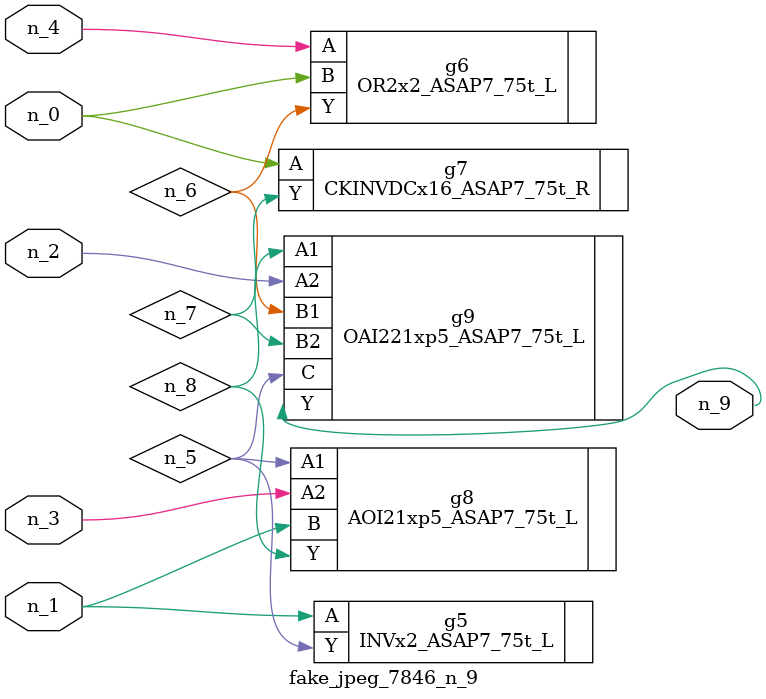
<source format=v>
module fake_jpeg_7846_n_9 (n_3, n_2, n_1, n_0, n_4, n_9);

input n_3;
input n_2;
input n_1;
input n_0;
input n_4;

output n_9;

wire n_8;
wire n_6;
wire n_5;
wire n_7;

INVx2_ASAP7_75t_L g5 ( 
.A(n_1),
.Y(n_5)
);

OR2x2_ASAP7_75t_L g6 ( 
.A(n_4),
.B(n_0),
.Y(n_6)
);

CKINVDCx16_ASAP7_75t_R g7 ( 
.A(n_0),
.Y(n_7)
);

AOI21xp5_ASAP7_75t_L g8 ( 
.A1(n_5),
.A2(n_3),
.B(n_1),
.Y(n_8)
);

OAI221xp5_ASAP7_75t_L g9 ( 
.A1(n_8),
.A2(n_2),
.B1(n_6),
.B2(n_7),
.C(n_5),
.Y(n_9)
);


endmodule
</source>
